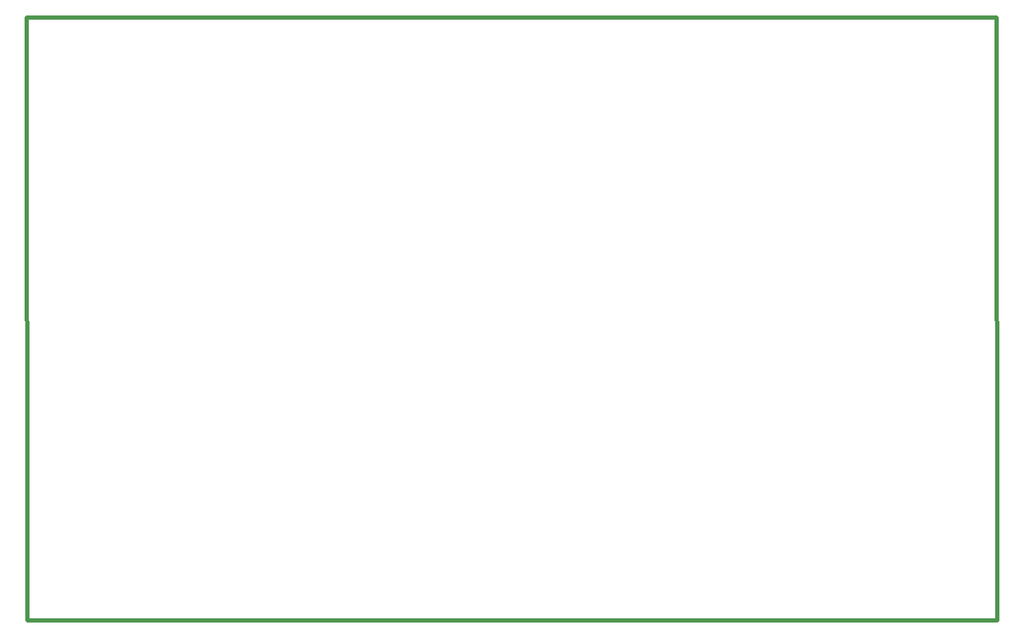
<source format=gbr>
%TF.GenerationSoftware,KiCad,Pcbnew,7.0.8*%
%TF.CreationDate,2024-04-08T22:48:43+05:30*%
%TF.ProjectId,Esp32_relay,45737033-325f-4726-956c-61792e6b6963,rev?*%
%TF.SameCoordinates,PX4046330PY7125ac8*%
%TF.FileFunction,Profile,NP*%
%FSLAX46Y46*%
G04 Gerber Fmt 4.6, Leading zero omitted, Abs format (unit mm)*
G04 Created by KiCad (PCBNEW 7.0.8) date 2024-04-08 22:48:43*
%MOMM*%
%LPD*%
G01*
G04 APERTURE LIST*
%TA.AperFunction,Profile*%
%ADD10C,0.500000*%
%TD*%
G04 APERTURE END LIST*
D10*
X-127000Y72720200D02*
X98933000Y72720200D01*
X116840000Y0D02*
X0Y0D01*
X116713000Y72720200D02*
X116840000Y0D01*
X98933000Y72720200D02*
X116713000Y72720200D01*
X0Y0D02*
X-127000Y72720200D01*
M02*

</source>
